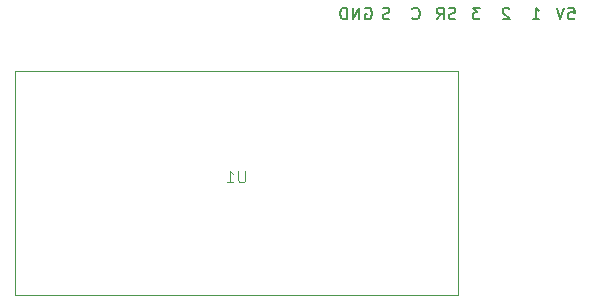
<source format=gbr>
%TF.GenerationSoftware,KiCad,Pcbnew,8.0.8*%
%TF.CreationDate,2025-02-24T20:51:07+00:00*%
%TF.ProjectId,7-segment,372d7365-676d-4656-9e74-2e6b69636164,rev?*%
%TF.SameCoordinates,Original*%
%TF.FileFunction,Legend,Bot*%
%TF.FilePolarity,Positive*%
%FSLAX46Y46*%
G04 Gerber Fmt 4.6, Leading zero omitted, Abs format (unit mm)*
G04 Created by KiCad (PCBNEW 8.0.8) date 2025-02-24 20:51:07*
%MOMM*%
%LPD*%
G01*
G04 APERTURE LIST*
%ADD10C,0.150000*%
%ADD11C,0.100000*%
G04 APERTURE END LIST*
D10*
X109553332Y-33413819D02*
X108934285Y-33413819D01*
X108934285Y-33413819D02*
X109267618Y-33794771D01*
X109267618Y-33794771D02*
X109124761Y-33794771D01*
X109124761Y-33794771D02*
X109029523Y-33842390D01*
X109029523Y-33842390D02*
X108981904Y-33890009D01*
X108981904Y-33890009D02*
X108934285Y-33985247D01*
X108934285Y-33985247D02*
X108934285Y-34223342D01*
X108934285Y-34223342D02*
X108981904Y-34318580D01*
X108981904Y-34318580D02*
X109029523Y-34366200D01*
X109029523Y-34366200D02*
X109124761Y-34413819D01*
X109124761Y-34413819D02*
X109410475Y-34413819D01*
X109410475Y-34413819D02*
X109505713Y-34366200D01*
X109505713Y-34366200D02*
X109553332Y-34318580D01*
X101885713Y-34366200D02*
X101742856Y-34413819D01*
X101742856Y-34413819D02*
X101504761Y-34413819D01*
X101504761Y-34413819D02*
X101409523Y-34366200D01*
X101409523Y-34366200D02*
X101361904Y-34318580D01*
X101361904Y-34318580D02*
X101314285Y-34223342D01*
X101314285Y-34223342D02*
X101314285Y-34128104D01*
X101314285Y-34128104D02*
X101361904Y-34032866D01*
X101361904Y-34032866D02*
X101409523Y-33985247D01*
X101409523Y-33985247D02*
X101504761Y-33937628D01*
X101504761Y-33937628D02*
X101695237Y-33890009D01*
X101695237Y-33890009D02*
X101790475Y-33842390D01*
X101790475Y-33842390D02*
X101838094Y-33794771D01*
X101838094Y-33794771D02*
X101885713Y-33699533D01*
X101885713Y-33699533D02*
X101885713Y-33604295D01*
X101885713Y-33604295D02*
X101838094Y-33509057D01*
X101838094Y-33509057D02*
X101790475Y-33461438D01*
X101790475Y-33461438D02*
X101695237Y-33413819D01*
X101695237Y-33413819D02*
X101457142Y-33413819D01*
X101457142Y-33413819D02*
X101314285Y-33461438D01*
X99821904Y-33461438D02*
X99917142Y-33413819D01*
X99917142Y-33413819D02*
X100059999Y-33413819D01*
X100059999Y-33413819D02*
X100202856Y-33461438D01*
X100202856Y-33461438D02*
X100298094Y-33556676D01*
X100298094Y-33556676D02*
X100345713Y-33651914D01*
X100345713Y-33651914D02*
X100393332Y-33842390D01*
X100393332Y-33842390D02*
X100393332Y-33985247D01*
X100393332Y-33985247D02*
X100345713Y-34175723D01*
X100345713Y-34175723D02*
X100298094Y-34270961D01*
X100298094Y-34270961D02*
X100202856Y-34366200D01*
X100202856Y-34366200D02*
X100059999Y-34413819D01*
X100059999Y-34413819D02*
X99964761Y-34413819D01*
X99964761Y-34413819D02*
X99821904Y-34366200D01*
X99821904Y-34366200D02*
X99774285Y-34318580D01*
X99774285Y-34318580D02*
X99774285Y-33985247D01*
X99774285Y-33985247D02*
X99964761Y-33985247D01*
X99345713Y-34413819D02*
X99345713Y-33413819D01*
X99345713Y-33413819D02*
X98774285Y-34413819D01*
X98774285Y-34413819D02*
X98774285Y-33413819D01*
X98298094Y-34413819D02*
X98298094Y-33413819D01*
X98298094Y-33413819D02*
X98059999Y-33413819D01*
X98059999Y-33413819D02*
X97917142Y-33461438D01*
X97917142Y-33461438D02*
X97821904Y-33556676D01*
X97821904Y-33556676D02*
X97774285Y-33651914D01*
X97774285Y-33651914D02*
X97726666Y-33842390D01*
X97726666Y-33842390D02*
X97726666Y-33985247D01*
X97726666Y-33985247D02*
X97774285Y-34175723D01*
X97774285Y-34175723D02*
X97821904Y-34270961D01*
X97821904Y-34270961D02*
X97917142Y-34366200D01*
X97917142Y-34366200D02*
X98059999Y-34413819D01*
X98059999Y-34413819D02*
X98298094Y-34413819D01*
X112045713Y-33509057D02*
X111998094Y-33461438D01*
X111998094Y-33461438D02*
X111902856Y-33413819D01*
X111902856Y-33413819D02*
X111664761Y-33413819D01*
X111664761Y-33413819D02*
X111569523Y-33461438D01*
X111569523Y-33461438D02*
X111521904Y-33509057D01*
X111521904Y-33509057D02*
X111474285Y-33604295D01*
X111474285Y-33604295D02*
X111474285Y-33699533D01*
X111474285Y-33699533D02*
X111521904Y-33842390D01*
X111521904Y-33842390D02*
X112093332Y-34413819D01*
X112093332Y-34413819D02*
X111474285Y-34413819D01*
X107465713Y-34366200D02*
X107322856Y-34413819D01*
X107322856Y-34413819D02*
X107084761Y-34413819D01*
X107084761Y-34413819D02*
X106989523Y-34366200D01*
X106989523Y-34366200D02*
X106941904Y-34318580D01*
X106941904Y-34318580D02*
X106894285Y-34223342D01*
X106894285Y-34223342D02*
X106894285Y-34128104D01*
X106894285Y-34128104D02*
X106941904Y-34032866D01*
X106941904Y-34032866D02*
X106989523Y-33985247D01*
X106989523Y-33985247D02*
X107084761Y-33937628D01*
X107084761Y-33937628D02*
X107275237Y-33890009D01*
X107275237Y-33890009D02*
X107370475Y-33842390D01*
X107370475Y-33842390D02*
X107418094Y-33794771D01*
X107418094Y-33794771D02*
X107465713Y-33699533D01*
X107465713Y-33699533D02*
X107465713Y-33604295D01*
X107465713Y-33604295D02*
X107418094Y-33509057D01*
X107418094Y-33509057D02*
X107370475Y-33461438D01*
X107370475Y-33461438D02*
X107275237Y-33413819D01*
X107275237Y-33413819D02*
X107037142Y-33413819D01*
X107037142Y-33413819D02*
X106894285Y-33461438D01*
X105894285Y-34413819D02*
X106227618Y-33937628D01*
X106465713Y-34413819D02*
X106465713Y-33413819D01*
X106465713Y-33413819D02*
X106084761Y-33413819D01*
X106084761Y-33413819D02*
X105989523Y-33461438D01*
X105989523Y-33461438D02*
X105941904Y-33509057D01*
X105941904Y-33509057D02*
X105894285Y-33604295D01*
X105894285Y-33604295D02*
X105894285Y-33747152D01*
X105894285Y-33747152D02*
X105941904Y-33842390D01*
X105941904Y-33842390D02*
X105989523Y-33890009D01*
X105989523Y-33890009D02*
X106084761Y-33937628D01*
X106084761Y-33937628D02*
X106465713Y-33937628D01*
X103830476Y-34318580D02*
X103878095Y-34366200D01*
X103878095Y-34366200D02*
X104020952Y-34413819D01*
X104020952Y-34413819D02*
X104116190Y-34413819D01*
X104116190Y-34413819D02*
X104259047Y-34366200D01*
X104259047Y-34366200D02*
X104354285Y-34270961D01*
X104354285Y-34270961D02*
X104401904Y-34175723D01*
X104401904Y-34175723D02*
X104449523Y-33985247D01*
X104449523Y-33985247D02*
X104449523Y-33842390D01*
X104449523Y-33842390D02*
X104401904Y-33651914D01*
X104401904Y-33651914D02*
X104354285Y-33556676D01*
X104354285Y-33556676D02*
X104259047Y-33461438D01*
X104259047Y-33461438D02*
X104116190Y-33413819D01*
X104116190Y-33413819D02*
X104020952Y-33413819D01*
X104020952Y-33413819D02*
X103878095Y-33461438D01*
X103878095Y-33461438D02*
X103830476Y-33509057D01*
X114014285Y-34413819D02*
X114585713Y-34413819D01*
X114299999Y-34413819D02*
X114299999Y-33413819D01*
X114299999Y-33413819D02*
X114395237Y-33556676D01*
X114395237Y-33556676D02*
X114490475Y-33651914D01*
X114490475Y-33651914D02*
X114585713Y-33699533D01*
X117030476Y-33413819D02*
X117506666Y-33413819D01*
X117506666Y-33413819D02*
X117554285Y-33890009D01*
X117554285Y-33890009D02*
X117506666Y-33842390D01*
X117506666Y-33842390D02*
X117411428Y-33794771D01*
X117411428Y-33794771D02*
X117173333Y-33794771D01*
X117173333Y-33794771D02*
X117078095Y-33842390D01*
X117078095Y-33842390D02*
X117030476Y-33890009D01*
X117030476Y-33890009D02*
X116982857Y-33985247D01*
X116982857Y-33985247D02*
X116982857Y-34223342D01*
X116982857Y-34223342D02*
X117030476Y-34318580D01*
X117030476Y-34318580D02*
X117078095Y-34366200D01*
X117078095Y-34366200D02*
X117173333Y-34413819D01*
X117173333Y-34413819D02*
X117411428Y-34413819D01*
X117411428Y-34413819D02*
X117506666Y-34366200D01*
X117506666Y-34366200D02*
X117554285Y-34318580D01*
X116697142Y-33413819D02*
X116363809Y-34413819D01*
X116363809Y-34413819D02*
X116030476Y-33413819D01*
D11*
X89661904Y-47217419D02*
X89661904Y-48026942D01*
X89661904Y-48026942D02*
X89614285Y-48122180D01*
X89614285Y-48122180D02*
X89566666Y-48169800D01*
X89566666Y-48169800D02*
X89471428Y-48217419D01*
X89471428Y-48217419D02*
X89280952Y-48217419D01*
X89280952Y-48217419D02*
X89185714Y-48169800D01*
X89185714Y-48169800D02*
X89138095Y-48122180D01*
X89138095Y-48122180D02*
X89090476Y-48026942D01*
X89090476Y-48026942D02*
X89090476Y-47217419D01*
X88090476Y-48217419D02*
X88661904Y-48217419D01*
X88376190Y-48217419D02*
X88376190Y-47217419D01*
X88376190Y-47217419D02*
X88471428Y-47360276D01*
X88471428Y-47360276D02*
X88566666Y-47455514D01*
X88566666Y-47455514D02*
X88661904Y-47503133D01*
%TO.C,U1*%
X107650000Y-38760000D02*
X70150000Y-38760000D01*
X70150000Y-57760000D01*
X107650000Y-57760000D01*
X107650000Y-38760000D01*
%TD*%
M02*

</source>
